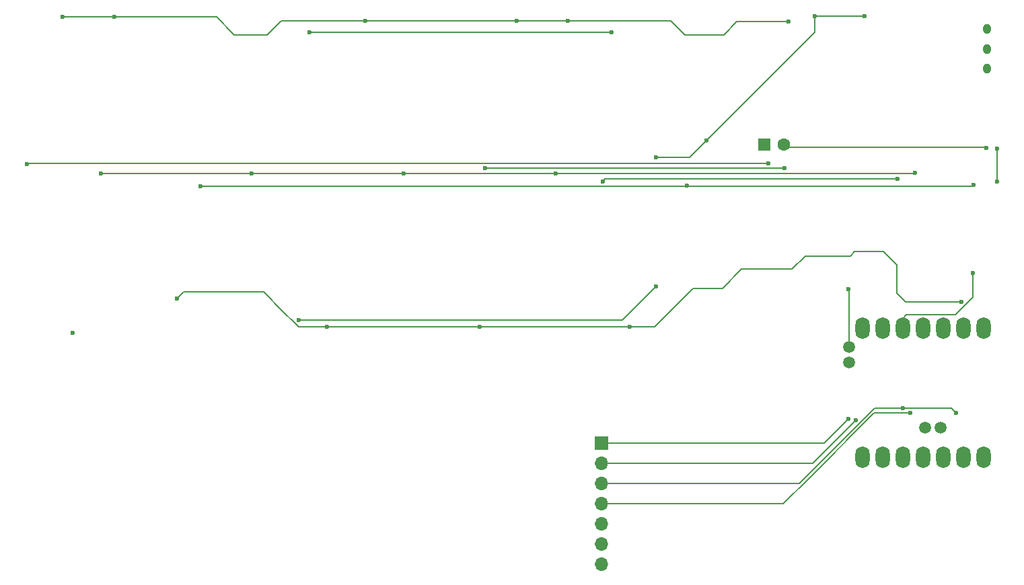
<source format=gbr>
%TF.GenerationSoftware,KiCad,Pcbnew,8.0.7*%
%TF.CreationDate,2025-01-10T20:34:57+09:00*%
%TF.ProjectId,cool937tb_R_v2,636f6f6c-3933-4377-9462-5f525f76322e,rev?*%
%TF.SameCoordinates,Original*%
%TF.FileFunction,Copper,L1,Top*%
%TF.FilePolarity,Positive*%
%FSLAX46Y46*%
G04 Gerber Fmt 4.6, Leading zero omitted, Abs format (unit mm)*
G04 Created by KiCad (PCBNEW 8.0.7) date 2025-01-10 20:34:57*
%MOMM*%
%LPD*%
G01*
G04 APERTURE LIST*
%TA.AperFunction,ComponentPad*%
%ADD10O,1.000000X1.300000*%
%TD*%
%TA.AperFunction,ComponentPad*%
%ADD11R,1.700000X1.700000*%
%TD*%
%TA.AperFunction,ComponentPad*%
%ADD12O,1.700000X1.700000*%
%TD*%
%TA.AperFunction,ComponentPad*%
%ADD13R,1.600000X1.600000*%
%TD*%
%TA.AperFunction,ComponentPad*%
%ADD14C,1.600000*%
%TD*%
%TA.AperFunction,ComponentPad*%
%ADD15O,1.800000X2.750000*%
%TD*%
%TA.AperFunction,ComponentPad*%
%ADD16C,1.500000*%
%TD*%
%TA.AperFunction,ViaPad*%
%ADD17C,0.600000*%
%TD*%
%TA.AperFunction,Conductor*%
%ADD18C,0.200000*%
%TD*%
G04 APERTURE END LIST*
D10*
%TO.P,SW21,1,A*%
%TO.N,unconnected-(SW21-A-Pad1)*%
X121220000Y-11620000D03*
%TO.P,SW21,2,B*%
%TO.N,Bat*%
X121220000Y-14120000D03*
%TO.P,SW21,3,C*%
%TO.N,Net-(J8-Pin_2)*%
X121220000Y-16620000D03*
%TD*%
D11*
%TO.P,J1,1,SCLK*%
%TO.N,SCLK*%
X72730000Y-63790000D03*
D12*
%TO.P,J1,2,nCS*%
%TO.N,CS*%
X72730000Y-66330000D03*
%TO.P,J1,3,GND*%
%TO.N,GND*%
X72730000Y-68870000D03*
%TO.P,J1,4,Vin*%
%TO.N,3.3V*%
X72730000Y-71410000D03*
%TO.P,J1,5,nc*%
%TO.N,unconnected-(J1-nc-Pad5)*%
X72730000Y-73950000D03*
%TO.P,J1,6,SDIO*%
%TO.N,SDIO*%
X72730000Y-76490000D03*
%TO.P,J1,7,MOTION*%
%TO.N,MOTION*%
X72730000Y-79030000D03*
%TD*%
D13*
%TO.P,J8,1,Pin_1*%
%TO.N,GND*%
X93206250Y-26193750D03*
D14*
%TO.P,J8,2,Pin_2*%
%TO.N,Net-(J8-Pin_2)*%
X95726250Y-26193750D03*
%TD*%
D15*
%TO.P,U1,1,P0.02_A0_D0*%
%TO.N,MOTION*%
X120806000Y-65540000D03*
%TO.P,U1,2,P0.03_A1_D1*%
%TO.N,Row0*%
X118266000Y-65540000D03*
%TO.P,U1,3,P0.28_A2_D2*%
%TO.N,Row1*%
X115726000Y-65540000D03*
%TO.P,U1,4,P0.29_A3_D3*%
%TO.N,Row2*%
X113186000Y-65540000D03*
%TO.P,U1,5,P0.04_A4_D4_SDA*%
%TO.N,SDIO*%
X110646000Y-65540000D03*
%TO.P,U1,6,P0.05_A5_D5_SCL*%
%TO.N,SCLK*%
X108106000Y-65540000D03*
%TO.P,U1,7,P1.11_D6_TX*%
%TO.N,Row3*%
X105566000Y-65540000D03*
%TO.P,U1,8,P1.12_D7_RX*%
%TO.N,Col3*%
X105566000Y-49300000D03*
%TO.P,U1,9,P1.13_D8_SCK*%
%TO.N,Col2*%
X108106000Y-49300000D03*
%TO.P,U1,10,P1.14_D9_MISO*%
%TO.N,Col1*%
X110646000Y-49300000D03*
%TO.P,U1,11,P1.15_D10_MOSI*%
%TO.N,Col0*%
X113186000Y-49300000D03*
%TO.P,U1,12,3V3*%
%TO.N,3.3V*%
X115726000Y-49300000D03*
%TO.P,U1,13,GND*%
%TO.N,GND*%
X118266000Y-49300000D03*
%TO.P,U1,14,5V*%
%TO.N,VCC*%
X120806000Y-49300000D03*
D16*
%TO.P,U1,15,NFC1_0.09*%
%TO.N,CS*%
X103874000Y-53584600D03*
%TO.P,U1,16,NFC2_0.10*%
%TO.N,Col4*%
X103874000Y-51705000D03*
%TO.P,U1,20,BATT+*%
%TO.N,Bat*%
X113503000Y-61865000D03*
%TO.P,U1,21,BATT-*%
%TO.N,GND*%
X115408000Y-61865000D03*
%TD*%
D17*
%TO.N,Col0*%
X423750Y-28596250D03*
X93730000Y-28550000D03*
%TO.N,Row2*%
X19330000Y-45540000D03*
%TO.N,Col4*%
X103840000Y-44360000D03*
%TO.N,Col3*%
X95770000Y-29180000D03*
X58123750Y-29146250D03*
%TO.N,Col2*%
X74010000Y-12040000D03*
X35962500Y-12040000D03*
X110020000Y-30500000D03*
X72890000Y-30820000D03*
%TO.N,Col1*%
X119470000Y-42350000D03*
X119540000Y-31290000D03*
X83470000Y-31340000D03*
X22323750Y-31446250D03*
%TO.N,Col0*%
X6187500Y-49860000D03*
%TO.N,3.3V*%
X111600000Y-59960000D03*
%TO.N,SCLK*%
X103826000Y-60760000D03*
%TO.N,CS*%
X104767265Y-60852735D03*
%TO.N,GND*%
X110700000Y-59358411D03*
X117341500Y-59931500D03*
%TO.N,Row3*%
X85950000Y-25630000D03*
X79570000Y-44050000D03*
X105870000Y-10010000D03*
X79570000Y-27780000D03*
X34640000Y-48290000D03*
X99550000Y-10040000D03*
%TO.N,Row2*%
X38190000Y-49160000D03*
X57430000Y-49160000D03*
X118040000Y-45980000D03*
X76340000Y-49160000D03*
%TO.N,Row1*%
X112160000Y-29720000D03*
X66950000Y-29780000D03*
X9760000Y-29780000D03*
X28740000Y-29780000D03*
X47820000Y-29780000D03*
%TO.N,Row0*%
X11440000Y-10110000D03*
X43020000Y-10580000D03*
X96280000Y-10720000D03*
X62100000Y-10580000D03*
X68530000Y-10580000D03*
X4920000Y-10110000D03*
%TO.N,Bat*%
X122560000Y-30800000D03*
X122550000Y-26710000D03*
%TO.N,Net-(J8-Pin_2)*%
X121210000Y-26640000D03*
%TD*%
D18*
%TO.N,Row2*%
X118040000Y-45980000D02*
X111020000Y-45980000D01*
X104050000Y-40200000D02*
X98410000Y-40200000D01*
X109900000Y-44860000D02*
X109900000Y-41300000D01*
X109900000Y-41300000D02*
X108240000Y-39640000D01*
X108240000Y-39640000D02*
X104610000Y-39640000D01*
X104610000Y-39640000D02*
X104050000Y-40200000D01*
X90354758Y-41870000D02*
X87944758Y-44280000D01*
X98410000Y-40200000D02*
X96740000Y-41870000D01*
X96740000Y-41870000D02*
X90354758Y-41870000D01*
X111020000Y-45980000D02*
X109900000Y-44860000D01*
X87944758Y-44280000D02*
X84280000Y-44280000D01*
X84280000Y-44280000D02*
X79400000Y-49160000D01*
X79400000Y-49160000D02*
X76340000Y-49160000D01*
%TO.N,3.3V*%
X98867108Y-68167108D02*
X95624216Y-71410000D01*
X95624216Y-71410000D02*
X72730000Y-71410000D01*
%TO.N,GND*%
X72730000Y-68870000D02*
X97598528Y-68870000D01*
X97598528Y-68870000D02*
X102694264Y-63774264D01*
%TO.N,CS*%
X104767265Y-60852735D02*
X99290000Y-66330000D01*
X99290000Y-66330000D02*
X72730000Y-66330000D01*
%TO.N,SCLK*%
X72730000Y-63790000D02*
X100796000Y-63790000D01*
X100796000Y-63790000D02*
X103826000Y-60760000D01*
%TO.N,Col0*%
X93730000Y-28550000D02*
X93726250Y-28546250D01*
X93726250Y-28546250D02*
X473750Y-28546250D01*
X473750Y-28546250D02*
X423750Y-28596250D01*
%TO.N,Row2*%
X35070000Y-49160000D02*
X34661471Y-49160000D01*
X20140000Y-44730000D02*
X19330000Y-45540000D01*
X35070000Y-49160000D02*
X38190000Y-49160000D01*
X30641471Y-45140000D02*
X30231471Y-44730000D01*
X34661471Y-49160000D02*
X32230000Y-46728529D01*
X25710000Y-44730000D02*
X20140000Y-44730000D01*
X32230000Y-46728529D02*
X30641471Y-45140000D01*
X30231471Y-44730000D02*
X25710000Y-44730000D01*
%TO.N,Col4*%
X103874000Y-44394000D02*
X103840000Y-44360000D01*
X103874000Y-51705000D02*
X103874000Y-44394000D01*
%TO.N,Col3*%
X95770000Y-29180000D02*
X58157500Y-29180000D01*
X58157500Y-29180000D02*
X58123750Y-29146250D01*
%TO.N,Col2*%
X110020000Y-30500000D02*
X73210000Y-30500000D01*
X73210000Y-30500000D02*
X72890000Y-30820000D01*
X74010000Y-12040000D02*
X35962500Y-12040000D01*
%TO.N,Col1*%
X119430000Y-31400000D02*
X119540000Y-31290000D01*
X117243529Y-47625000D02*
X111115000Y-47625000D01*
X110646000Y-48094000D02*
X110646000Y-49800000D01*
X22350000Y-31420000D02*
X22323750Y-31446250D01*
X83390000Y-31420000D02*
X22350000Y-31420000D01*
X83530000Y-31400000D02*
X83470000Y-31340000D01*
X83470000Y-31340000D02*
X83390000Y-31420000D01*
X119470000Y-45398529D02*
X117243529Y-47625000D01*
X99100000Y-31400000D02*
X119430000Y-31400000D01*
X111115000Y-47625000D02*
X110646000Y-48094000D01*
X99100000Y-31400000D02*
X83530000Y-31400000D01*
X119470000Y-42350000D02*
X119470000Y-45398529D01*
%TO.N,Col0*%
X6187500Y-49860000D02*
X6267500Y-49940000D01*
%TO.N,3.3V*%
X106792108Y-60242107D02*
X107074215Y-59960000D01*
X98867108Y-68167108D02*
X106792108Y-60242107D01*
X107074215Y-59960000D02*
X111600000Y-59960000D01*
%TO.N,GND*%
X107110118Y-59358411D02*
X110700000Y-59358411D01*
X110700000Y-59358411D02*
X116768411Y-59358411D01*
X102694264Y-63774264D02*
X107110118Y-59358411D01*
X116768411Y-59358411D02*
X117341500Y-59931500D01*
%TO.N,Row3*%
X99550000Y-12030000D02*
X99550000Y-10040000D01*
X79570000Y-44050000D02*
X75330000Y-48290000D01*
X85950000Y-25630000D02*
X83800000Y-27780000D01*
X75330000Y-48290000D02*
X34640000Y-48290000D01*
X83800000Y-27780000D02*
X79570000Y-27780000D01*
X99580000Y-10010000D02*
X99550000Y-10040000D01*
X105870000Y-10010000D02*
X99580000Y-10010000D01*
X85950000Y-25630000D02*
X99550000Y-12030000D01*
%TO.N,Row2*%
X38190000Y-49160000D02*
X57430000Y-49160000D01*
X57430000Y-49160000D02*
X76340000Y-49160000D01*
%TO.N,Row1*%
X9760000Y-29780000D02*
X28740000Y-29780000D01*
X47820000Y-29780000D02*
X66950000Y-29780000D01*
X28740000Y-29780000D02*
X47820000Y-29780000D01*
X66950000Y-29780000D02*
X112100000Y-29780000D01*
X115726000Y-65172056D02*
X115726000Y-65040000D01*
X112100000Y-29780000D02*
X112160000Y-29720000D01*
%TO.N,Row0*%
X81490000Y-10580000D02*
X68530000Y-10580000D01*
X30690000Y-12370000D02*
X26560000Y-12370000D01*
X68530000Y-10580000D02*
X62100000Y-10580000D01*
X24300000Y-10110000D02*
X11440000Y-10110000D01*
X89780000Y-10720000D02*
X88140000Y-12360000D01*
X43020000Y-10580000D02*
X32480000Y-10580000D01*
X11440000Y-10110000D02*
X4920000Y-10110000D01*
X32480000Y-10580000D02*
X30690000Y-12370000D01*
X96280000Y-10720000D02*
X89780000Y-10720000D01*
X26560000Y-12370000D02*
X24300000Y-10110000D01*
X62100000Y-10580000D02*
X43020000Y-10580000D01*
X83270000Y-12360000D02*
X81490000Y-10580000D01*
X88140000Y-12360000D02*
X83270000Y-12360000D01*
%TO.N,Bat*%
X122550000Y-30430000D02*
X122550000Y-26710000D01*
X122560000Y-30440000D02*
X122550000Y-30430000D01*
X122560000Y-30800000D02*
X122560000Y-30440000D01*
%TO.N,Net-(J8-Pin_2)*%
X95726250Y-26193750D02*
X96082500Y-26550000D01*
X121120000Y-26550000D02*
X121210000Y-26640000D01*
X96082500Y-26550000D02*
X121120000Y-26550000D01*
%TD*%
M02*

</source>
